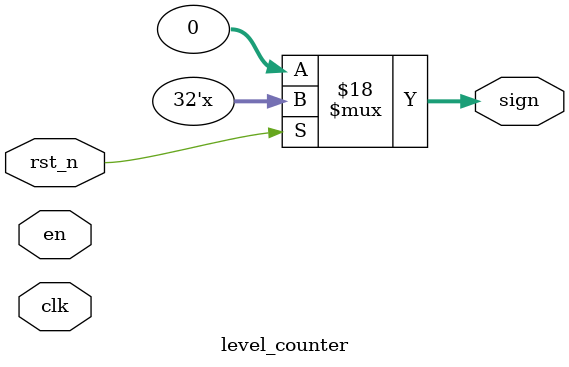
<source format=v>
module level_counter #(parameter  width= 32)(
    rst_n,en,clk,sign
);
input rst_n;
input clk;
input en;
output reg [width-1 :0]sign = 1'b0;

reg [5:0] count = 1'd0;
always @(posedge clk or negedge rst_n) begin
    if (!rst_n)begin
        count <= 1'd0;
    end
    else begin 
        if (en) count <= count + 1'b1;
    end
end

//assign sign = ~rst_n?1'b0:((count == 5'h3f)?sign : (sign+1'b1));
always @ (count or rst_n)begin
    if (!rst_n)begin
        sign = 1'b0;
    end
   else if(count == 5'b11111)begin
    sign = sign + 1;
   end
end
assign over = & sign;
endmodule

</source>
